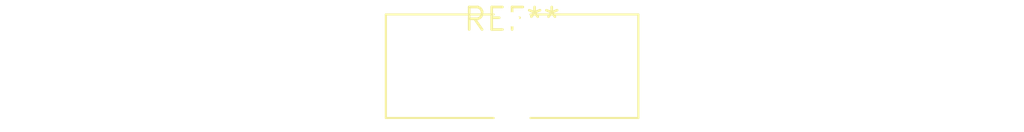
<source format=kicad_pcb>
(kicad_pcb (version 20240108) (generator pcbnew)
  (layers (0 "F.Cu" signal) (31 "B.Cu" signal) (34 "B.Paste" user) (35 "F.Paste" user) (36 "B.SilkS" user "B.Silkscreen") (37 "F.SilkS" user "F.Silkscreen") (38 "B.Mask" user) (39 "F.Mask" user) (44 "Edge.Cuts" user))
  (net 0 "")
  (footprint "L_Toroid_Vertical_L14.0mm_W5.6mm_P5.30mm_Bourns_5700" (layer "F.Cu") (at 0 0)
    (property "Reference" "REF**")
    (property "Value" "L_Toroid_Vertical_L14.0mm_W5.6mm_P5.30mm_Bourns_5700")
    (fp_line (start -7.12 -0.27) (end -7.12 5.57) (layer "F.SilkS") (stroke (width 0.12)))
    (fp_line (start -7.12 -0.27) (end -1.037 -0.27) (layer "F.SilkS") (stroke (width 0.12)))
    (fp_line (start -7.12 5.57) (end -1.037 5.57) (layer "F.SilkS") (stroke (width 0.12)))
    (fp_line (start 1.037 -0.27) (end 7.12 -0.27) (layer "F.SilkS") (stroke (width 0.12)))
    (fp_line (start 1.037 5.57) (end 7.12 5.57) (layer "F.SilkS") (stroke (width 0.12)))
    (fp_line (start 7.12 -0.27) (end 7.12 5.57) (layer "F.SilkS") (stroke (width 0.12)))
    (pad "1" thru_hole circle (at 0 0) (size 1.6 1.6) (drill 0.8) (layers *.Cu *.Mask) (remove_unused_layers))
    (pad "2" thru_hole circle (at 0 5.3) (size 1.6 1.6) (drill 0.8) (layers *.Cu *.Mask) (remove_unused_layers))
  )
)
</source>
